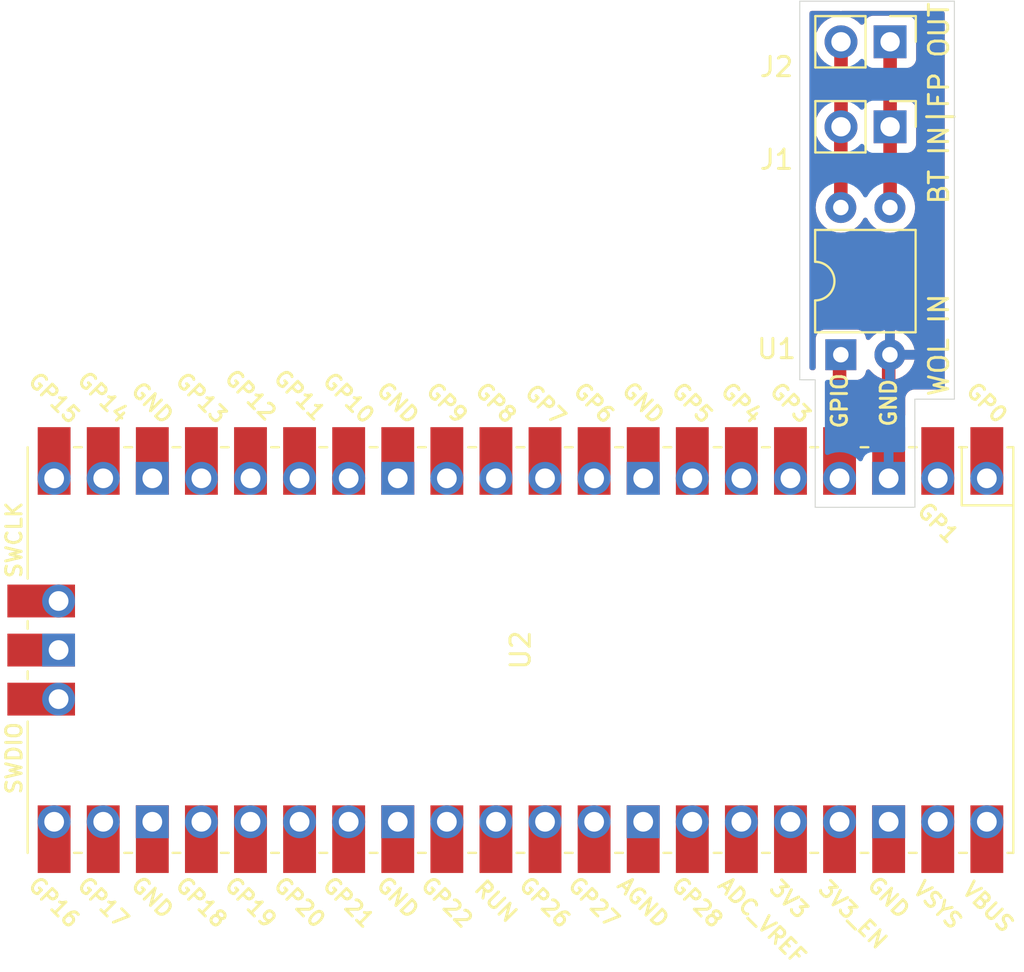
<source format=kicad_pcb>
(kicad_pcb (version 20240108) (generator "pcbnew") (generator_version "8.0")
  (layers (0 "F.Cu" signal) (31 "B.Cu" signal) (34 "B.Paste" user) (35 "F.Paste" user) (36 "B.SilkS" user "B.Silkscreen") (37 "F.SilkS" user "F.Silkscreen") (38 "B.Mask" user) (39 "F.Mask" user) (44 "Edge.Cuts" user))
  (net 0 "")
  (net 1 "Net-(J1-Pin_2)")
  (net 2 "Net-(J1-Pin_1)")
  (net 3 "Net-(U1-Pad2)")
  (net 4 "Net-(U2-GPIO2)")
  (footprint "MCU_RaspberryPi_and_Boards:RPi_Pico_SMD_TH" (layer "F.Cu") (at 97.15 121.59 -90)
    (property "Reference" "U2" (at 0 0 90) (layer "F.SilkS"))
    (property "Value" "Pico")
    (fp_line (start -3.7 25.5) (end -10.5 25.5) (stroke (width 0.12)) (layer "F.SilkS"))
    (fp_line (start -1.5 25.5) (end -1.1 25.5) (stroke (width 0.12)) (layer "F.SilkS"))
    (fp_line (start 1.1 25.5) (end 1.5 25.5) (stroke (width 0.12)) (layer "F.SilkS"))
    (fp_line (start 10.5 25.5) (end 3.7 25.5) (stroke (width 0.12)) (layer "F.SilkS"))
    (fp_line (start -10.5 22.7) (end -10.5 23.1) (stroke (width 0.12)) (layer "F.SilkS"))
    (fp_line (start 10.5 22.7) (end 10.5 23.1) (stroke (width 0.12)) (layer "F.SilkS"))
    (fp_line (start -10.5 20.1) (end -10.5 20.5) (stroke (width 0.12)) (layer "F.SilkS"))
    (fp_line (start 10.5 20.1) (end 10.5 20.5) (stroke (width 0.12)) (layer "F.SilkS"))
    (fp_line (start -10.5 17.6) (end -10.5 18) (stroke (width 0.12)) (layer "F.SilkS"))
    (fp_line (start 10.5 17.6) (end 10.5 18) (stroke (width 0.12)) (layer "F.SilkS"))
    (fp_line (start -10.5 15.1) (end -10.5 15.5) (stroke (width 0.12)) (layer "F.SilkS"))
    (fp_line (start 10.5 15.1) (end 10.5 15.5) (stroke (width 0.12)) (layer "F.SilkS"))
    (fp_line (start -10.5 12.5) (end -10.5 12.9) (stroke (width 0.12)) (layer "F.SilkS"))
    (fp_line (start 10.5 12.5) (end 10.5 12.9) (stroke (width 0.12)) (layer "F.SilkS"))
    (fp_line (start -10.5 10) (end -10.5 10.4) (stroke (width 0.12)) (layer "F.SilkS"))
    (fp_line (start 10.5 10) (end 10.5 10.4) (stroke (width 0.12)) (layer "F.SilkS"))
    (fp_line (start -10.5 7.4) (end -10.5 7.8) (stroke (width 0.12)) (layer "F.SilkS"))
    (fp_line (start 10.5 7.4) (end 10.5 7.8) (stroke (width 0.12)) (layer "F.SilkS"))
    (fp_line (start -10.5 4.9) (end -10.5 5.3) (stroke (width 0.12)) (layer "F.SilkS"))
    (fp_line (start 10.5 4.9) (end 10.5 5.3) (stroke (width 0.12)) (layer "F.SilkS"))
    (fp_line (start -10.5 2.3) (end -10.5 2.7) (stroke (width 0.12)) (layer "F.SilkS"))
    (fp_line (start 10.5 2.3) (end 10.5 2.7) (stroke (width 0.12)) (layer "F.SilkS"))
    (fp_line (start -10.5 -0.2) (end -10.5 0.2) (stroke (width 0.12)) (layer "F.SilkS"))
    (fp_line (start 10.5 -0.2) (end 10.5 0.2) (stroke (width 0.12)) (layer "F.SilkS"))
    (fp_line (start -10.5 -2.7) (end -10.5 -2.3) (stroke (width 0.12)) (layer "F.SilkS"))
    (fp_line (start 10.5 -2.7) (end 10.5 -2.3) (stroke (width 0.12)) (layer "F.SilkS"))
    (fp_line (start -10.5 -5.3) (end -10.5 -4.9) (stroke (width 0.12)) (layer "F.SilkS"))
    (fp_line (start 10.5 -5.3) (end 10.5 -4.9) (stroke (width 0.12)) (layer "F.SilkS"))
    (fp_line (start -10.5 -7.8) (end -10.5 -7.4) (stroke (width 0.12)) (layer "F.SilkS"))
    (fp_line (start 10.5 -7.8) (end 10.5 -7.4) (stroke (width 0.12)) (layer "F.SilkS"))
    (fp_line (start -10.5 -10.4) (end -10.5 -10) (stroke (width 0.12)) (layer "F.SilkS"))
    (fp_line (start 10.5 -10.4) (end 10.5 -10) (stroke (width 0.12)) (layer "F.SilkS"))
    (fp_line (start -10.5 -12.9) (end -10.5 -12.5) (stroke (width 0.12)) (layer "F.SilkS"))
    (fp_line (start 10.5 -12.9) (end 10.5 -12.5) (stroke (width 0.12)) (layer "F.SilkS"))
    (fp_line (start -10.5 -15.4) (end -10.5 -15) (stroke (width 0.12)) (layer "F.SilkS"))
    (fp_line (start 10.5 -15.4) (end 10.5 -15) (stroke (width 0.12)) (layer "F.SilkS"))
    (fp_line (start -10.5 -18) (end -10.5 -17.6) (stroke (width 0.12)) (layer "F.SilkS"))
    (fp_line (start 10.5 -18) (end 10.5 -17.6) (stroke (width 0.12)) (layer "F.SilkS"))
    (fp_line (start -10.5 -20.5) (end -10.5 -20.1) (stroke (width 0.12)) (layer "F.SilkS"))
    (fp_line (start 10.5 -20.5) (end 10.5 -20.1) (stroke (width 0.12)) (layer "F.SilkS"))
    (fp_line (start -10.5 -22.833) (end -7.493 -22.833) (stroke (width 0.12)) (layer "F.SilkS"))
    (fp_line (start -7.493 -22.833) (end -7.493 -25.5) (stroke (width 0.12)) (layer "F.SilkS"))
    (fp_line (start -10.5 -23.1) (end -10.5 -22.7) (stroke (width 0.12)) (layer "F.SilkS"))
    (fp_line (start 10.5 -23.1) (end 10.5 -22.7) (stroke (width 0.12)) (layer "F.SilkS"))
    (fp_line (start -10.5 -25.5) (end -10.5 -25.2) (stroke (width 0.12)) (layer "F.SilkS"))
    (fp_line (start -10.5 -25.5) (end 10.5 -25.5) (stroke (width 0.12)) (layer "F.SilkS"))
    (fp_line (start 10.5 -25.5) (end 10.5 -25.2) (stroke (width 0.12)) (layer "F.SilkS"))
    (fp_text user "SWDIO" (at 5.6 26.2 90) (layer "F.SilkS") (effects (font (size 0.8 0.8))))
    (fp_text user "GP27" (at 13.054 -3.8 135) (layer "F.SilkS") (effects (font (size 0.8 0.8))))
    (fp_text user "GP8" (at -12.8 1.27 135) (layer "F.SilkS") (effects (font (size 0.8 0.8))))
    (fp_text user "GP16" (at 13.054 24.13 135) (layer "F.SilkS") (effects (font (size 0.8 0.8))))
    (fp_text user "GP14" (at -13.1 21.59 135) (layer "F.SilkS") (effects (font (size 0.8 0.8))))
    (fp_text user "GP0" (at -12.8 -24.13 135) (layer "F.SilkS") (effects (font (size 0.8 0.8))))
    (fp_text user "GND" (at 12.8 -19.05 135) (layer "F.SilkS") (effects (font (size 0.8 0.8))))
    (fp_text user "GP15" (at -13.054 24.13 135) (layer "F.SilkS") (effects (font (size 0.8 0.8))))
    (fp_text user "GP1" (at -6.59 -21.6 135) (layer "F.SilkS") (effects (font (size 0.8 0.8))))
    (fp_text user "GP3" (at -12.8 -13.97 135) (layer "F.SilkS") (effects (font (size 0.8 0.8))))
    (fp_text user "AGND" (at 13.054 -6.35 135) (layer "F.SilkS") (effects (font (size 0.8 0.8))))
    (fp_text user "GP21" (at 13.054 8.9 135) (layer "F.SilkS") (effects (font (size 0.8 0.8))))
    (fp_text user "3V3" (at 12.9 -13.9 135) (layer "F.SilkS") (effects (font (size 0.8 0.8))))
    (fp_text user "GND" (at 12.8 19.05 135) (layer "F.SilkS") (effects (font (size 0.8 0.8))))
    (fp_text user "3V3_EN" (at 13.7 -17.2 135) (layer "F.SilkS") (effects (font (size 0.8 0.8))))
    (fp_text user "GP26" (at 13.054 -1.27 135) (layer "F.SilkS") (effects (font (size 0.8 0.8))))
    (fp_text user "GP20" (at 13.054 11.43 135) (layer "F.SilkS") (effects (font (size 0.8 0.8))))
    (fp_text user "GP28" (at 13.054 -9.144 135) (layer "F.SilkS") (effects (font (size 0.8 0.8))))
    (fp_text user "VSYS" (at 13.2 -21.59 135) (layer "F.SilkS") (effects (font (size 0.8 0.8))))
    (fp_text user "GP13" (at -13.054 16.51 135) (layer "F.SilkS") (effects (font (size 0.8 0.8))))
    (fp_text user "GP9" (at -12.8 3.81 135) (layer "F.SilkS") (effects (font (size 0.8 0.8))))
    (fp_text user "GP18" (at 13.054 16.51 135) (layer "F.SilkS") (effects (font (size 0.8 0.8))))
    (fp_text user "GP17" (at 13.054 21.59 135) (layer "F.SilkS") (effects (font (size 0.8 0.8))))
    (fp_text user "GND" (at -12.8 6.35 135) (layer "F.SilkS") (effects (font (size 0.8 0.8))))
    (fp_text user "GP4" (at -12.8 -11.43 135) (layer "F.SilkS") (effects (font (size 0.8 0.8))))
    (fp_text user "SWCLK" (at -5.7 26.2 90) (layer "F.SilkS") (effects (font (size 0.8 0.8))))
    (fp_text user "GND" (at 12.8 6.35 135) (layer "F.SilkS") (effects (font (size 0.8 0.8))))
    (fp_text user "RUN" (at 13 1.27 135) (layer "F.SilkS") (effects (font (size 0.8 0.8))))
    (fp_text user "VBUS" (at 13.3 -24.2 135) (layer "F.SilkS") (effects (font (size 0.8 0.8))))
    (fp_text user "GP5" (at -12.8 -8.89 135) (layer "F.SilkS") (effects (font (size 0.8 0.8))))
    (fp_text user "GP12" (at -13.2 13.97 135) (layer "F.SilkS") (effects (font (size 0.8 0.8))))
    (fp_text user "ADC_VREF" (at 14 -12.5 135) (layer "F.SilkS") (effects (font (size 0.8 0.8))))
    (fp_text user "GND" (at -12.8 -6.35 135) (layer "F.SilkS") (effects (font (size 0.8 0.8))))
    (fp_text user "GND" (at -12.8 19.05 135) (layer "F.SilkS") (effects (font (size 0.8 0.8))))
    (fp_text user "GND" (at -12.8 -19.05 90) (layer "F.SilkS") (effects (font (size 0.8 0.8))))
    (fp_text user "GP6" (at -12.8 -3.81 135) (layer "F.SilkS") (effects (font (size 0.8 0.8))))
    (fp_text user "GP22" (at 13.054 3.81 135) (layer "F.SilkS") (effects (font (size 0.8 0.8))))
    (fp_text user "GP7" (at -12.7 -1.3 135) (layer "F.SilkS") (effects (font (size 0.8 0.8))))
    (fp_text user "GP11" (at -13.2 11.43 135) (layer "F.SilkS") (effects (font (size 0.8 0.8))))
    (fp_text user "GP19" (at 13.054 13.97 135) (layer "F.SilkS") (effects (font (size 0.8 0.8))))
    (fp_text user "GPIO" (at -12.9 -16.51 90) (layer "F.SilkS") (effects (font (size 0.8 0.8))))
    (fp_text user "GP10" (at -13.054 8.89 135) (layer "F.SilkS") (effects (font (size 0.8 0.8))))
    (pad "" np_thru_hole oval (at -2.725 -24 270) (size 1.8 1.8) (drill 1.8) (layers "*.Cu" "*.Mask"))
    (pad "" np_thru_hole oval (at -2.425 -20.97 270) (size 1.5 1.5) (drill 1.5) (layers "*.Cu" "*.Mask"))
    (pad "" np_thru_hole oval (at 2.425 -20.97 270) (size 1.5 1.5) (drill 1.5) (layers "*.Cu" "*.Mask"))
    (pad "" np_thru_hole oval (at 2.725 -24 270) (size 1.8 1.8) (drill 1.8) (layers "*.Cu" "*.Mask"))
    (pad "1" thru_hole oval (at -8.89 -24.13 270) (size 1.7 1.7) (drill 1.02) (layers "*.Cu" "*.Mask"))
    (pad "1" smd rect (at -8.89 -24.13 270) (size 3.5 1.7) (drill (offset -0.9 0)) (layers "F.Cu" "F.Mask"))
    (pad "2" thru_hole oval (at -8.89 -21.59 270) (size 1.7 1.7) (drill 1.02) (layers "*.Cu" "*.Mask"))
    (pad "2" smd rect (at -8.89 -21.59 270) (size 3.5 1.7) (drill (offset -0.9 0)) (layers "F.Cu" "F.Mask"))
    (pad "3" thru_hole rect (at -8.89 -19.05 270) (size 1.7 1.7) (drill 1.02) (layers "*.Cu" "*.Mask") (net 3 "Net-(U1-Pad2)"))
    (pad "3" smd rect (at -8.89 -19.05 270) (size 3.5 1.7) (drill (offset -0.9 0)) (layers "F.Cu" "F.Mask") (net 3 "Net-(U1-Pad2)"))
    (pad "4" thru_hole oval (at -8.89 -16.51 270) (size 1.7 1.7) (drill 1.02) (layers "*.Cu" "*.Mask") (net 4 "Net-(U2-GPIO2)"))
    (pad "4" smd rect (at -8.89 -16.51 270) (size 3.5 1.7) (drill (offset -0.9 0)) (layers "F.Cu" "F.Mask") (net 4 "Net-(U2-GPIO2)"))
    (pad "5" thru_hole oval (at -8.89 -13.97 270) (size 1.7 1.7) (drill 1.02) (layers "*.Cu" "*.Mask"))
    (pad "5" smd rect (at -8.89 -13.97 270) (size 3.5 1.7) (drill (offset -0.9 0)) (layers "F.Cu" "F.Mask"))
    (pad "6" thru_hole oval (at -8.89 -11.43 270) (size 1.7 1.7) (drill 1.02) (layers "*.Cu" "*.Mask"))
    (pad "6" smd rect (at -8.89 -11.43 270) (size 3.5 1.7) (drill (offset -0.9 0)) (layers "F.Cu" "F.Mask"))
    (pad "7" thru_hole oval (at -8.89 -8.89 270) (size 1.7 1.7) (drill 1.02) (layers "*.Cu" "*.Mask"))
    (pad "7" smd rect (at -8.89 -8.89 270) (size 3.5 1.7) (drill (offset -0.9 0)) (layers "F.Cu" "F.Mask"))
    (pad "8" thru_hole rect (at -8.89 -6.35 270) (size 1.7 1.7) (drill 1.02) (layers "*.Cu" "*.Mask"))
    (pad "8" smd rect (at -8.89 -6.35 270) (size 3.5 1.7) (drill (offset -0.9 0)) (layers "F.Cu" "F.Mask"))
    (pad "9" thru_hole oval (at -8.89 -3.81 270) (size 1.7 1.7) (drill 1.02) (layers "*.Cu" "*.Mask"))
    (pad "9" smd rect (at -8.89 -3.81 270) (size 3.5 1.7) (drill (offset -0.9 0)) (layers "F.Cu" "F.Mask"))
    (pad "10" thru_hole oval (at -8.89 -1.27 270) (size 1.7 1.7) (drill 1.02) (layers "*.Cu" "*.Mask"))
    (pad "10" smd rect (at -8.89 -1.27 270) (size 3.5 1.7) (drill (offset -0.9 0)) (layers "F.Cu" "F.Mask"))
    (pad "11" thru_hole oval (at -8.89 1.27 270) (size 1.7 1.7) (drill 1.02) (layers "*.Cu" "*.Mask"))
    (pad "11" smd rect (at -8.89 1.27 270) (size 3.5 1.7) (drill (offset -0.9 0)) (layers "F.Cu" "F.Mask"))
    (pad "12" thru_hole oval (at -8.89 3.81 270) (size 1.7 1.7) (drill 1.02) (layers "*.Cu" "*.Mask"))
    (pad "12" smd rect (at -8.89 3.81 270) (size 3.5 1.7) (drill (offset -0.9 0)) (layers "F.Cu" "F.Mask"))
    (pad "13" thru_hole rect (at -8.89 6.35 270) (size 1.7 1.7) (drill 1.02) (layers "*.Cu" "*.Mask"))
    (pad "13" smd rect (at -8.89 6.35 270) (size 3.5 1.7) (drill (offset -0.9 0)) (layers "F.Cu" "F.Mask"))
    (pad "14" thru_hole oval (at -8.89 8.89 270) (size 1.7 1.7) (drill 1.02) (layers "*.Cu" "*.Mask"))
    (pad "14" smd rect (at -8.89 8.89 270) (size 3.5 1.7) (drill (offset -0.9 0)) (layers "F.Cu" "F.Mask"))
    (pad "15" thru_hole oval (at -8.89 11.43 270) (size 1.7 1.7) (drill 1.02) (layers "*.Cu" "*.Mask"))
    (pad "15" smd rect (at -8.89 11.43 270) (size 3.5 1.7) (drill (offset -0.9 0)) (layers "F.Cu" "F.Mask"))
    (pad "16" thru_hole oval (at -8.89 13.97 270) (size 1.7 1.7) (drill 1.02) (layers "*.Cu" "*.Mask"))
    (pad "16" smd rect (at -8.89 13.97 270) (size 3.5 1.7) (drill (offset -0.9 0)) (layers "F.Cu" "F.Mask"))
    (pad "17" thru_hole oval (at -8.89 16.51 270) (size 1.7 1.7) (drill 1.02) (layers "*.Cu" "*.Mask"))
    (pad "17" smd rect (at -8.89 16.51 270) (size 3.5 1.7) (drill (offset -0.9 0)) (layers "F.Cu" "F.Mask"))
    (pad "18" thru_hole rect (at -8.89 19.05 270) (size 1.7 1.7) (drill 1.02) (layers "*.Cu" "*.Mask"))
    (pad "18" smd rect (at -8.89 19.05 270) (size 3.5 1.7) (drill (offset -0.9 0)) (layers "F.Cu" "F.Mask"))
    (pad "19" thru_hole oval (at -8.89 21.59 270) (size 1.7 1.7) (drill 1.02) (layers "*.Cu" "*.Mask"))
    (pad "19" smd rect (at -8.89 21.59 270) (size 3.5 1.7) (drill (offset -0.9 0)) (layers "F.Cu" "F.Mask"))
    (pad "20" thru_hole oval (at -8.89 24.13 270) (size 1.7 1.7) (drill 1.02) (layers "*.Cu" "*.Mask"))
    (pad "20" smd rect (at -8.89 24.13 270) (size 3.5 1.7) (drill (offset -0.9 0)) (layers "F.Cu" "F.Mask"))
    (pad "21" thru_hole oval (at 8.89 24.13 270) (size 1.7 1.7) (drill 1.02) (layers "*.Cu" "*.Mask"))
    (pad "21" smd rect (at 8.89 24.13 270) (size 3.5 1.7) (drill (offset 0.9 0)) (layers "F.Cu" "F.Mask"))
    (pad "22" thru_hole oval (at 8.89 21.59 270) (size 1.7 1.7) (drill 1.02) (layers "*.Cu" "*.Mask"))
    (pad "22" smd rect (at 8.89 21.59 270) (size 3.5 1.7) (drill (offset 0.9 0)) (layers "F.Cu" "F.Mask"))
    (pad "23" thru_hole rect (at 8.89 19.05 270) (size 1.7 1.7) (drill 1.02) (layers "*.Cu" "*.Mask"))
    (pad "23" smd rect (at 8.89 19.05 270) (size 3.5 1.7) (drill (offset 0.9 0)) (layers "F.Cu" "F.Mask"))
    (pad "24" thru_hole oval (at 8.89 16.51 270) (size 1.7 1.7) (drill 1.02) (layers "*.Cu" "*.Mask"))
    (pad "24" smd rect (at 8.89 16.51 270) (size 3.5 1.7) (drill (offset 0.9 0)) (layers "F.Cu" "F.Mask"))
    (pad "25" thru_hole oval (at 8.89 13.97 270) (size 1.7 1.7) (drill 1.02) (layers "*.Cu" "*.Mask"))
    (pad "25" smd rect (at 8.89 13.97 270) (size 3.5 1.7) (drill (offset 0.9 0)) (layers "F.Cu" "F.Mask"))
    (pad "26" thru_hole oval (at 8.89 11.43 270) (size 1.7 1.7) (drill 1.02) (layers "*.Cu" "*.Mask"))
    (pad "26" smd rect (at 8.89 11.43 270) (size 3.5 1.7) (drill (offset 0.9 0)) (layers "F.Cu" "F.Mask"))
    (pad "27" thru_hole oval (at 8.89 8.89 270) (size 1.7 1.7) (drill 1.02) (layers "*.Cu" "*.Mask"))
    (pad "27" smd rect (at 8.89 8.89 270) (size 3.5 1.7) (drill (offset 0.9 0)) (layers "F.Cu" "F.Mask"))
    (pad "28" thru_hole rect (at 8.89 6.35 270) (size 1.7 1.7) (drill 1.02) (layers "*.Cu" "*.Mask"))
    (pad "28" smd rect (at 8.89 6.35 270) (size 3.5 1.7) (drill (offset 0.9 0)) (layers "F.Cu" "F.Mask"))
    (pad "29" thru_hole oval (at 8.89 3.81 270) (size 1.7 1.7) (drill 1.02) (layers "*.Cu" "*.Mask"))
    (pad "29" smd rect (at 8.89 3.81 270) (size 3.5 1.7) (drill (offset 0.9 0)) (layers "F.Cu" "F.Mask"))
    (pad "30" thru_hole oval (at 8.89 1.27 270) (size 1.7 1.7) (drill 1.02) (layers "*.Cu" "*.Mask"))
    (pad "30" smd rect (at 8.89 1.27 270) (size 3.5 1.7) (drill (offset 0.9 0)) (layers "F.Cu" "F.Mask"))
    (pad "31" thru_hole oval (at 8.89 -1.27 270) (size 1.7 1.7) (drill 1.02) (layers "*.Cu" "*.Mask"))
    (pad "31" smd rect (at 8.89 -1.27 270) (size 3.5 1.7) (drill (offset 0.9 0)) (layers "F.Cu" "F.Mask"))
    (pad "32" thru_hole oval (at 8.89 -3.81 270) (size 1.7 1.7) (drill 1.02) (layers "*.Cu" "*.Mask"))
    (pad "32" smd rect (at 8.89 -3.81 270) (size 3.5 1.7) (drill (offset 0.9 0)) (layers "F.Cu" "F.Mask"))
    (pad "33" thru_hole rect (at 8.89 -6.35 270) (size 1.7 1.7) (drill 1.02) (layers "*.Cu" "*.Mask"))
    (pad "33" smd rect (at 8.89 -6.35 270) (size 3.5 1.7) (drill (offset 0.9 0)) (layers "F.Cu" "F.Mask"))
    (pad "34" thru_hole oval (at 8.89 -8.89 270) (size 1.7 1.7) (drill 1.02) (layers "*.Cu" "*.Mask"))
    (pad "34" smd rect (at 8.89 -8.89 270) (size 3.5 1.7) (drill (offset 0.9 0)) (layers "F.Cu" "F.Mask"))
    (pad "35" thru_hole oval (at 8.89 -11.43 270) (size 1.7 1.7) (drill 1.02) (layers "*.Cu" "*.Mask"))
    (pad "35" smd rect (at 8.89 -11.43 270) (size 3.5 1.7) (drill (offset 0.9 0)) (layers "F.Cu" "F.Mask"))
    (pad "36" thru_hole oval (at 8.89 -13.97 270) (size 1.7 1.7) (drill 1.02) (layers "*.Cu" "*.Mask"))
    (pad "36" smd rect (at 8.89 -13.97 270) (size 3.5 1.7) (drill (offset 0.9 0)) (layers "F.Cu" "F.Mask"))
    (pad "37" thru_hole oval (at 8.89 -16.51 270) (size 1.7 1.7) (drill 1.02) (layers "*.Cu" "*.Mask"))
    (pad "37" smd rect (at 8.89 -16.51 270) (size 3.5 1.7) (drill (offset 0.9 0)) (layers "F.Cu" "F.Mask"))
    (pad "38" thru_hole rect (at 8.89 -19.05 270) (size 1.7 1.7) (drill 1.02) (layers "*.Cu" "*.Mask"))
    (pad "38" smd rect (at 8.89 -19.05 270) (size 3.5 1.7) (drill (offset 0.9 0)) (layers "F.Cu" "F.Mask"))
    (pad "39" thru_hole oval (at 8.89 -21.59 270) (size 1.7 1.7) (drill 1.02) (layers "*.Cu" "*.Mask"))
    (pad "39" smd rect (at 8.89 -21.59 270) (size 3.5 1.7) (drill (offset 0.9 0)) (layers "F.Cu" "F.Mask"))
    (pad "40" thru_hole oval (at 8.89 -24.13 270) (size 1.7 1.7) (drill 1.02) (layers "*.Cu" "*.Mask"))
    (pad "40" smd rect (at 8.89 -24.13 270) (size 3.5 1.7) (drill (offset 0.9 0)) (layers "F.Cu" "F.Mask"))
    (pad "41" thru_hole oval (at -2.54 23.9 270) (size 1.7 1.7) (drill 1.02) (layers "*.Cu" "*.Mask"))
    (pad "41" smd rect (at -2.54 23.9) (size 3.5 1.7) (drill (offset -0.9 0)) (layers "F.Cu" "F.Mask"))
    (pad "42" thru_hole rect (at 0 23.9 270) (size 1.7 1.7) (drill 1.02) (layers "*.Cu" "*.Mask"))
    (pad "42" smd rect (at 0 23.9) (size 3.5 1.7) (drill (offset -0.9 0)) (layers "F.Cu" "F.Mask"))
    (pad "43" thru_hole oval (at 2.54 23.9 270) (size 1.7 1.7) (drill 1.02) (layers "*.Cu" "*.Mask"))
    (pad "43" smd rect (at 2.54 23.9) (size 3.5 1.7) (drill (offset -0.9 0)) (layers "F.Cu" "F.Mask"))
  )
  (footprint "Package_DIP:DIP-4_W7.62mm" (layer "F.Cu") (at 113.725 106.3 90)
    (property "Reference" "U1" (at 0.3 -3.325 180) (layer "F.SilkS"))
    (property "Value" "PC817")
    (fp_line (start 6.46 -1.33) (end 4.81 -1.33) (stroke (width 0.12)) (layer "F.SilkS"))
    (fp_line (start 2.81 -1.33) (end 1.16 -1.33) (stroke (width 0.12)) (layer "F.SilkS"))
    (fp_line (start 1.16 -1.33) (end 1.16 3.87) (stroke (width 0.12)) (layer "F.SilkS"))
    (fp_line (start 6.46 3.87) (end 6.46 -1.33) (stroke (width 0.12)) (layer "F.SilkS"))
    (fp_line (start 1.16 3.87) (end 6.46 3.87) (stroke (width 0.12)) (layer "F.SilkS"))
    (fp_arc (start 4.81 -1.33) (mid 3.81 -0.33) (end 2.81 -1.33) (stroke (width 0.12)) (layer "F.SilkS"))
    (pad "1" thru_hole rect (at 0 0 90) (size 1.6 1.6) (drill 0.8) (layers "*.Cu" "*.Mask") (net 4 "Net-(U2-GPIO2)"))
    (pad "2" thru_hole oval (at 0 2.54 90) (size 1.6 1.6) (drill 0.8) (layers "*.Cu" "*.Mask") (net 3 "Net-(U1-Pad2)"))
    (pad "3" thru_hole oval (at 7.62 2.54 90) (size 1.6 1.6) (drill 0.8) (layers "*.Cu" "*.Mask") (net 2 "Net-(J1-Pin_1)"))
    (pad "4" thru_hole oval (at 7.62 0 90) (size 1.6 1.6) (drill 0.8) (layers "*.Cu" "*.Mask") (net 1 "Net-(J1-Pin_2)"))
  )
  (footprint "Connector_PinHeader_2.54mm:PinHeader_1x02_P2.54mm_Vertical" (layer "F.Cu") (at 116.275 94.5 -90)
    (property "Reference" "J1" (at 1.7 5.875 180) (layer "F.SilkS"))
    (property "Value" "pc button input (passthrough port)")
    (fp_line (start -1.33 3.87) (end 1.33 3.87) (stroke (width 0.12)) (layer "F.SilkS"))
    (fp_line (start -1.33 1.27) (end -1.33 3.87) (stroke (width 0.12)) (layer "F.SilkS"))
    (fp_line (start -1.33 1.27) (end 1.33 1.27) (stroke (width 0.12)) (layer "F.SilkS"))
    (fp_line (start 1.33 1.27) (end 1.33 3.87) (stroke (width 0.12)) (layer "F.SilkS"))
    (fp_line (start -1.33 0) (end -1.33 -1.33) (stroke (width 0.12)) (layer "F.SilkS"))
    (fp_line (start -1.33 -1.33) (end 0 -1.33) (stroke (width 0.12)) (layer "F.SilkS"))
    (pad "1" thru_hole rect (at 0 0 270) (size 1.7 1.7) (drill 1) (layers "*.Cu" "*.Mask") (net 2 "Net-(J1-Pin_1)"))
    (pad "2" thru_hole oval (at 0 2.54 270) (size 1.7 1.7) (drill 1) (layers "*.Cu" "*.Mask") (net 1 "Net-(J1-Pin_2)"))
  )
  (footprint "Connector_PinHeader_2.54mm:PinHeader_1x02_P2.54mm_Vertical" (layer "F.Cu") (at 116.275 90.1 -90)
    (property "Reference" "J2" (at 1.3 5.875 180) (layer "F.SilkS"))
    (property "Value" "pc output")
    (fp_line (start -1.33 3.87) (end 1.33 3.87) (stroke (width 0.12)) (layer "F.SilkS"))
    (fp_line (start -1.33 1.27) (end -1.33 3.87) (stroke (width 0.12)) (layer "F.SilkS"))
    (fp_line (start -1.33 1.27) (end 1.33 1.27) (stroke (width 0.12)) (layer "F.SilkS"))
    (fp_line (start 1.33 1.27) (end 1.33 3.87) (stroke (width 0.12)) (layer "F.SilkS"))
    (fp_line (start -1.33 0) (end -1.33 -1.33) (stroke (width 0.12)) (layer "F.SilkS"))
    (fp_line (start -1.33 -1.33) (end 0 -1.33) (stroke (width 0.12)) (layer "F.SilkS"))
    (pad "1" thru_hole rect (at 0 0 270) (size 1.7 1.7) (drill 1) (layers "*.Cu" "*.Mask") (net 2 "Net-(J1-Pin_1)"))
    (pad "2" thru_hole oval (at 0 2.54 270) (size 1.7 1.7) (drill 1) (layers "*.Cu" "*.Mask") (net 1 "Net-(J1-Pin_2)"))
  )
  (gr_line (start 111.6 107.6) (end 111.6 88) (stroke (width 0.05)) (layer "Edge.Cuts"))
  (gr_line (start 112.4 114.2) (end 112.4 107.6) (stroke (width 0.05)) (layer "Edge.Cuts"))
  (gr_line (start 112.4 107.6) (end 111.6 107.6) (stroke (width 0.05)) (layer "Edge.Cuts"))
  (gr_line (start 117.554316 108.6) (end 117.559214 114.198967) (stroke (width 0.05)) (layer "Edge.Cuts"))
  (gr_line (start 111.6 88) (end 119.6 88) (stroke (width 0.05)) (layer "Edge.Cuts"))
  (gr_line (start 119.6 88) (end 119.6 108.6) (stroke (width 0.05)) (layer "Edge.Cuts"))
  (gr_line (start 117.559214 114.198967) (end 112.4 114.2) (stroke (width 0.05)) (layer "Edge.Cuts"))
  (gr_line (start 119.6 108.6) (end 117.554316 108.6) (stroke (width 0.05)) (layer "Edge.Cuts"))
  (gr_text "WOL IN" (at 118.8 105.8 90) (layer "F.SilkS") (effects (font (size 1 1))))
  (gr_text "FP OUT" (at 118.8 90.8 90) (layer "F.SilkS") (effects (font (size 1 1))))
  (gr_text "BT IN|" (at 118.8 96 90) (layer "F.SilkS") (effects (font (size 1 1))))
  (segment (start 113.735 94.5) (end 113.735 90.1) (width 0.7) (layer "F.Cu") (net 1))
  (segment (start 113.725 98.68) (end 113.725 94.5) (width 0.7) (layer "F.Cu") (net 1))
  (segment (start 113.725 94.5) (end 113.735 94.5) (width 0.7) (layer "F.Cu") (net 1))
  (segment (start 116.275 94.5) (end 116.275 98.68) (width 0.7) (layer "F.Cu") (net 2))
  (segment (start 116.275 98.68) (end 116.265 98.68) (width 0.7) (layer "F.Cu") (net 2))
  (segment (start 116.275 90.1) (end 116.275 94.5) (width 0.7) (layer "F.Cu") (net 2))
  (segment (start 116.2 106.3) (end 116.265 106.3) (width 0.7) (layer "F.Cu") (net 3))
  (segment (start 116.2 112.7) (end 116.2 106.3) (width 0.7) (layer "F.Cu") (net 3))
  (segment (start 113.66 112.7) (end 113.66 106.3) (width 0.7) (layer "F.Cu") (net 4))
  (segment (start 113.66 106.3) (end 113.725 106.3) (width 0.7) (layer "F.Cu") (net 4))
  (zone (net 3) (net_name "Net-(U1-Pad2)") (layers "F&B.Cu") (connect_pads (clearance 0.5)) (min_thickness 0.25) (fill yes (thermal_gap 0.5) (thermal_bridge_width 0.5))
    (polygon (pts (xy 111.6 88) (xy 119.6 88) (xy 119.6 108.6) (xy 117.553626 108.6) (xy 117.553626 114.2) (xy 112.4 114.2) (xy 112.4 107.6) (xy 111.6 107.6)))
  )
)
</source>
